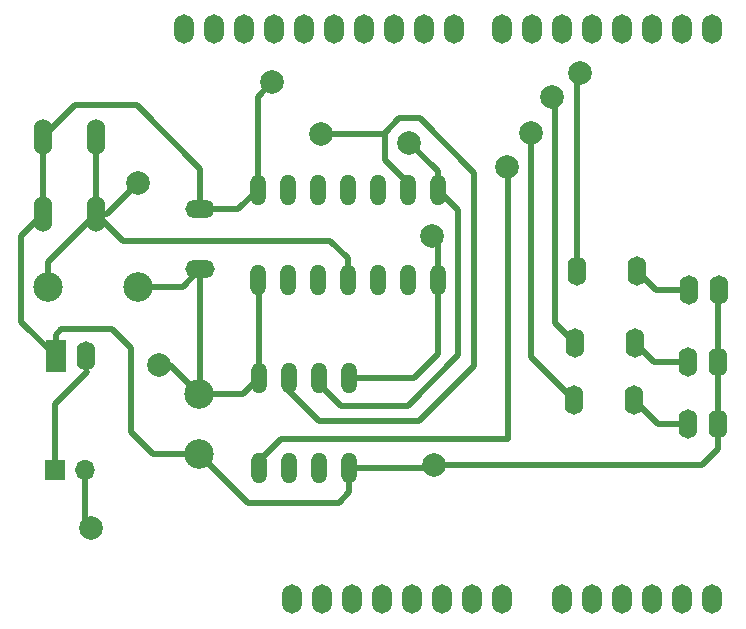
<source format=gbr>
%TF.GenerationSoftware,KiCad,Pcbnew,(6.0.9)*%
%TF.CreationDate,2022-11-29T21:31:47-05:00*%
%TF.ProjectId,Attiny programmer shield,41747469-6e79-4207-9072-6f6772616d6d,rev?*%
%TF.SameCoordinates,Original*%
%TF.FileFunction,Copper,L2,Bot*%
%TF.FilePolarity,Positive*%
%FSLAX46Y46*%
G04 Gerber Fmt 4.6, Leading zero omitted, Abs format (unit mm)*
G04 Created by KiCad (PCBNEW (6.0.9)) date 2022-11-29 21:31:47*
%MOMM*%
%LPD*%
G01*
G04 APERTURE LIST*
%TA.AperFunction,ComponentPad*%
%ADD10O,1.676400X2.500000*%
%TD*%
%TA.AperFunction,ComponentPad*%
%ADD11O,1.574800X2.500000*%
%TD*%
%TA.AperFunction,ComponentPad*%
%ADD12O,1.320800X2.641600*%
%TD*%
%TA.AperFunction,ComponentPad*%
%ADD13O,1.524000X3.048000*%
%TD*%
%TA.AperFunction,ComponentPad*%
%ADD14C,2.500000*%
%TD*%
%TA.AperFunction,ComponentPad*%
%ADD15O,2.500000X1.500000*%
%TD*%
%TA.AperFunction,ComponentPad*%
%ADD16R,1.700000X1.700000*%
%TD*%
%TA.AperFunction,ComponentPad*%
%ADD17O,1.700000X1.700000*%
%TD*%
%TA.AperFunction,ComponentPad*%
%ADD18R,1.700000X2.700000*%
%TD*%
%TA.AperFunction,ViaPad*%
%ADD19C,2.000000*%
%TD*%
%TA.AperFunction,Conductor*%
%ADD20C,0.500000*%
%TD*%
G04 APERTURE END LIST*
D10*
%TO.P,U$1,VIN,VIN*%
%TO.N,VIN*%
X194221100Y-102463600D03*
%TO.P,U$1,SDA,SDA*%
%TO.N,unconnected-(U$1-PadSDA)*%
X169837100Y-54203600D03*
%TO.P,U$1,SCL,SCL*%
%TO.N,unconnected-(U$1-PadSCL)*%
X167297100Y-54203600D03*
%TO.P,U$1,RESET,RESET*%
%TO.N,Net-(U$1-PadRESET)*%
X181521100Y-102463600D03*
%TO.P,U$1,RESERVED,RESERVED*%
%TO.N,unconnected-(U$1-PadRESERVED)*%
X176441100Y-102463600D03*
%TO.P,U$1,IOREF,IOREF*%
%TO.N,unconnected-(U$1-PadIOREF)*%
X178981100Y-102463600D03*
%TO.P,U$1,GND2,GND2*%
%TO.N,GND*%
X189141100Y-102463600D03*
%TO.P,U$1,GND1,GND1*%
X191681100Y-102463600D03*
%TO.P,U$1,GND,GND*%
X174917100Y-54203600D03*
%TO.P,U$1,D13,D13*%
%TO.N,/SCK*%
X177457100Y-54203600D03*
%TO.P,U$1,D12,D12*%
%TO.N,/MISO*%
X179997100Y-54203600D03*
%TO.P,U$1,D11,D11*%
%TO.N,/MOSI*%
X182537100Y-54203600D03*
%TO.P,U$1,D10,D10*%
%TO.N,/RESET*%
X185077100Y-54203600D03*
%TO.P,U$1,D9,D9*%
%TO.N,Net-(R4-Pad1)*%
X187617100Y-54203600D03*
%TO.P,U$1,D8,D8*%
%TO.N,Net-(R3-Pad1)*%
X190157100Y-54203600D03*
%TO.P,U$1,D7,D7*%
%TO.N,Net-(R2-Pad1)*%
X194221100Y-54203600D03*
%TO.P,U$1,D6,D6*%
%TO.N,unconnected-(U$1-PadD6)*%
X196761100Y-54203600D03*
%TO.P,U$1,D5,D5*%
%TO.N,unconnected-(U$1-PadD5)*%
X199301100Y-54203600D03*
%TO.P,U$1,D4,D4*%
%TO.N,unconnected-(U$1-PadD4)*%
X201841100Y-54203600D03*
%TO.P,U$1,D3,D3*%
%TO.N,unconnected-(U$1-PadD3)*%
X204381100Y-54203600D03*
%TO.P,U$1,D2,D2*%
%TO.N,unconnected-(U$1-PadD2)*%
X206921100Y-54203600D03*
%TO.P,U$1,D1,TX/D1*%
%TO.N,unconnected-(U$1-PadD1)*%
X209461100Y-54203600D03*
%TO.P,U$1,D0,RX/D0*%
%TO.N,unconnected-(U$1-PadD0)*%
X212001100Y-54203600D03*
%TO.P,U$1,AREF,AREF*%
%TO.N,unconnected-(U$1-PadAREF)*%
X172377100Y-54203600D03*
%TO.P,U$1,A5,A5/SCL*%
%TO.N,unconnected-(U$1-PadA5)*%
X212001100Y-102463600D03*
%TO.P,U$1,A4,A4/SDA*%
%TO.N,unconnected-(U$1-PadA4)*%
X209461100Y-102463600D03*
%TO.P,U$1,A3,A3*%
%TO.N,unconnected-(U$1-PadA3)*%
X206921100Y-102463600D03*
%TO.P,U$1,A2,A2*%
%TO.N,unconnected-(U$1-PadA2)*%
X204381100Y-102463600D03*
%TO.P,U$1,A1,A1*%
%TO.N,unconnected-(U$1-PadA1)*%
X201841100Y-102463600D03*
%TO.P,U$1,A0,A0*%
%TO.N,unconnected-(U$1-PadA0)*%
X199301100Y-102463600D03*
%TO.P,U$1,5V,5V*%
%TO.N,+UB*%
X186601100Y-102463600D03*
%TO.P,U$1,3V,3V3*%
%TO.N,3V3*%
X184061100Y-102463600D03*
%TD*%
D11*
%TO.P,R4,1,1*%
%TO.N,Net-(R4-Pad1)*%
X200360000Y-85600000D03*
%TO.P,R4,2,2*%
%TO.N,Net-(D3-PadA)*%
X205440000Y-85600000D03*
%TD*%
%TO.P,R2,1,1*%
%TO.N,Net-(R2-Pad1)*%
X200620000Y-74700000D03*
%TO.P,R2,2,2*%
%TO.N,Net-(D1-PadA)*%
X205700000Y-74700000D03*
%TD*%
%TO.P,D1,A,A*%
%TO.N,Net-(D1-PadA)*%
X210100000Y-76300000D03*
%TO.P,D1,K,C*%
%TO.N,GND*%
X212640000Y-76300000D03*
%TD*%
%TO.P,D2,A,A*%
%TO.N,Net-(D2-PadA)*%
X210000000Y-82400000D03*
%TO.P,D2,K,C*%
%TO.N,GND*%
X212540000Y-82400000D03*
%TD*%
D12*
%TO.P,IC1,1,(RESET)PB5*%
%TO.N,/RESET*%
X173690000Y-91310000D03*
%TO.P,IC1,2,(ADC3)PB3*%
%TO.N,unconnected-(IC1-Pad2)*%
X176230000Y-91310000D03*
%TO.P,IC1,3,(ADC2)PB4*%
%TO.N,unconnected-(IC1-Pad3)*%
X178770000Y-91310000D03*
%TO.P,IC1,4,GND*%
%TO.N,GND*%
X181310000Y-91310000D03*
%TO.P,IC1,5,(MOSI)PB0*%
%TO.N,/MOSI*%
X181310000Y-83690000D03*
%TO.P,IC1,6,(MISO)PB1*%
%TO.N,/MISO*%
X178770000Y-83690000D03*
%TO.P,IC1,7,(SCK)PB2*%
%TO.N,/SCK*%
X176230000Y-83690000D03*
%TO.P,IC1,8,VCC*%
%TO.N,+UB*%
X173690000Y-83690000D03*
%TD*%
D13*
%TO.P,S1,1,S*%
%TO.N,/RESET*%
X159860600Y-63348800D03*
%TO.P,S1,2,S1*%
X159860600Y-69851200D03*
%TO.P,S1,3,P*%
%TO.N,GND*%
X155339400Y-63348800D03*
%TO.P,S1,4,P1*%
X155339400Y-69851200D03*
%TD*%
D11*
%TO.P,R3,1,1*%
%TO.N,Net-(R3-Pad1)*%
X200420000Y-80800000D03*
%TO.P,R3,2,2*%
%TO.N,Net-(D2-PadA)*%
X205500000Y-80800000D03*
%TD*%
D14*
%TO.P,R1,1,1*%
%TO.N,/RESET*%
X155790000Y-76000000D03*
%TO.P,R1,2,2*%
%TO.N,+UB*%
X163410000Y-76000000D03*
%TD*%
%TO.P,C2,1,1*%
%TO.N,GND*%
X168600000Y-90180000D03*
%TO.P,C2,2,2*%
%TO.N,+UB*%
X168600000Y-85100000D03*
%TD*%
D15*
%TO.P,C3,1,1*%
%TO.N,GND*%
X168700000Y-69460000D03*
%TO.P,C3,2,2*%
%TO.N,+UB*%
X168700000Y-74540000D03*
%TD*%
D16*
%TO.P,J1,1,Pin_1*%
%TO.N,Net-(C1-Pad+)*%
X156400000Y-91500000D03*
D17*
%TO.P,J1,2,Pin_2*%
%TO.N,Net-(U$1-PadRESET)*%
X158940000Y-91500000D03*
%TD*%
D11*
%TO.P,D3,A,A*%
%TO.N,Net-(D3-PadA)*%
X210000000Y-87600000D03*
%TO.P,D3,K,C*%
%TO.N,GND*%
X212540000Y-87600000D03*
%TD*%
D12*
%TO.P,IC2,1,VCC*%
%TO.N,+UB*%
X173580000Y-75400000D03*
%TO.P,IC2,2,(PCINT8/XTAL1/CLKI)PB0*%
%TO.N,unconnected-(IC2-Pad2)*%
X176120000Y-75400000D03*
%TO.P,IC2,3,(PCINT9/XTAL2)PB1*%
%TO.N,unconnected-(IC2-Pad3)*%
X178660000Y-75400000D03*
%TO.P,IC2,4,(PCINT11/RESET/DW)PB3*%
%TO.N,/RESET*%
X181200000Y-75400000D03*
%TO.P,IC2,5,(PCINT10/INT0/OC0A/CKOUT)PB2*%
%TO.N,unconnected-(IC2-Pad5)*%
X183740000Y-75400000D03*
%TO.P,IC2,6,(PCINT7/ICP/OC0B/ADC7)PA7*%
%TO.N,unconnected-(IC2-Pad6)*%
X186280000Y-75400000D03*
%TO.P,IC2,7,(PCINT6/OC1A/SDA/MOSI/ADC6)PA6*%
%TO.N,/MOSI*%
X188820000Y-75400000D03*
%TO.P,IC2,8,(PCINT5/OC1B/MISO/DO/ADC5)PA5*%
%TO.N,/MISO*%
X188820000Y-67780000D03*
%TO.P,IC2,9,(PCINT4/T1/SCL/USCK/ADC4)PA4*%
%TO.N,/SCK*%
X186280000Y-67780000D03*
%TO.P,IC2,10,(PCINT3/T0/ADC3)PA3*%
%TO.N,unconnected-(IC2-Pad10)*%
X183740000Y-67780000D03*
%TO.P,IC2,11,(PCINT2/AIN1/ADC2)PA2*%
%TO.N,unconnected-(IC2-Pad11)*%
X181200000Y-67780000D03*
%TO.P,IC2,12,(PCINT1/AIN0/ADC1)PA1*%
%TO.N,unconnected-(IC2-Pad12)*%
X178660000Y-67780000D03*
%TO.P,IC2,13,(PCINT0/AREF/ADC0)PA0*%
%TO.N,unconnected-(IC2-Pad13)*%
X176120000Y-67780000D03*
%TO.P,IC2,14,GND*%
%TO.N,GND*%
X173580000Y-67780000D03*
%TD*%
D11*
%TO.P,C1,+,+*%
%TO.N,Net-(C1-Pad+)*%
X158970000Y-81900000D03*
D18*
%TO.P,C1,-,-*%
%TO.N,GND*%
X156430000Y-81900000D03*
%TD*%
D19*
%TO.N,GND*%
X188500000Y-91100000D03*
X174800000Y-58700000D03*
%TO.N,+UB*%
X165200000Y-82600000D03*
%TO.N,/MISO*%
X186400000Y-63800000D03*
%TO.N,/SCK*%
X178900000Y-63100000D03*
%TO.N,/MOSI*%
X188300000Y-71700000D03*
%TO.N,/RESET*%
X194645500Y-65900000D03*
X163400000Y-67200000D03*
%TO.N,Net-(U$1-PadRESET)*%
X159400000Y-96400000D03*
%TO.N,Net-(R2-Pad1)*%
X200800000Y-57900000D03*
%TO.N,Net-(R3-Pad1)*%
X198466513Y-59954500D03*
%TO.N,Net-(R4-Pad1)*%
X196645500Y-63000000D03*
%TD*%
D20*
%TO.N,GND*%
X153485000Y-78955000D02*
X156430000Y-81900000D01*
X162800000Y-81200000D02*
X162800000Y-88300000D01*
X168700000Y-69460000D02*
X168700000Y-66000000D01*
X164680000Y-90180000D02*
X168600000Y-90180000D01*
X168700000Y-66000000D02*
X163300000Y-60600000D01*
X168700000Y-69460000D02*
X171900000Y-69460000D01*
X163300000Y-60600000D02*
X158088200Y-60600000D01*
X212540000Y-82400000D02*
X212540000Y-76400000D01*
X180400000Y-94300000D02*
X181310000Y-93390000D01*
X188500000Y-91100000D02*
X188290000Y-91310000D01*
X171900000Y-69460000D02*
X173580000Y-67780000D01*
X172720000Y-94300000D02*
X180400000Y-94300000D01*
X156430000Y-81900000D02*
X156430000Y-80050000D01*
X155339400Y-66639400D02*
X155339400Y-63348800D01*
X188500000Y-91100000D02*
X211200000Y-91100000D01*
X155339400Y-69851200D02*
X153485000Y-71705600D01*
X212540000Y-87600000D02*
X212540000Y-82400000D01*
X162800000Y-88300000D02*
X164680000Y-90180000D01*
X188290000Y-91310000D02*
X181310000Y-91310000D01*
X156430000Y-80050000D02*
X156885000Y-79595000D01*
X156400000Y-82385895D02*
X156269084Y-82254979D01*
X173580000Y-59920000D02*
X173580000Y-67780000D01*
X212540000Y-89760000D02*
X212540000Y-87600000D01*
X153485000Y-71705600D02*
X153485000Y-78955000D01*
X156885000Y-79595000D02*
X161195000Y-79595000D01*
X158088200Y-60600000D02*
X155339400Y-63348800D01*
X174800000Y-58700000D02*
X173580000Y-59920000D01*
X211200000Y-91100000D02*
X212540000Y-89760000D01*
X168600000Y-90180000D02*
X172720000Y-94300000D01*
X212540000Y-76400000D02*
X212640000Y-76300000D01*
X181310000Y-93390000D02*
X181310000Y-91310000D01*
X155400000Y-66700000D02*
X155339400Y-66639400D01*
X155339400Y-69851200D02*
X155339400Y-66760600D01*
X155339400Y-66760600D02*
X155400000Y-66700000D01*
X161195000Y-79595000D02*
X162800000Y-81200000D01*
%TO.N,+UB*%
X163410000Y-76000000D02*
X167240000Y-76000000D01*
X172280000Y-85100000D02*
X173690000Y-83690000D01*
X169000000Y-84700000D02*
X168700000Y-84400000D01*
X165200000Y-82600000D02*
X166100000Y-82600000D01*
X173690000Y-83690000D02*
X173690000Y-75510000D01*
X168600000Y-85100000D02*
X172280000Y-85100000D01*
X168700000Y-84400000D02*
X168700000Y-74540000D01*
X173690000Y-75510000D02*
X173580000Y-75400000D01*
X168600000Y-85100000D02*
X169000000Y-84700000D01*
X166100000Y-82600000D02*
X168600000Y-85100000D01*
X167240000Y-76000000D02*
X168700000Y-74540000D01*
%TO.N,Net-(C1-Pad+)*%
X156400000Y-85900000D02*
X159100000Y-83200000D01*
X156400000Y-91500000D02*
X156400000Y-85900000D01*
%TO.N,/MISO*%
X190535400Y-81810148D02*
X190535400Y-69495400D01*
X188820000Y-66220000D02*
X188820000Y-67780000D01*
X190535400Y-69495400D02*
X188820000Y-67780000D01*
X178770000Y-84236342D02*
X180599458Y-86065800D01*
X178770000Y-83690000D02*
X178770000Y-84236342D01*
X186279748Y-86065800D02*
X190535400Y-81810148D01*
X180599458Y-86065800D02*
X186279748Y-86065800D01*
X186400000Y-63800000D02*
X188820000Y-66220000D01*
%TO.N,/SCK*%
X191900000Y-66393791D02*
X187251209Y-61745000D01*
X176230000Y-83690000D02*
X176230000Y-84830000D01*
X184300000Y-62993791D02*
X184300000Y-65253658D01*
X191900000Y-82700000D02*
X191900000Y-66393791D01*
X178770800Y-87370800D02*
X187229200Y-87370800D01*
X184300000Y-65253658D02*
X186280000Y-67233658D01*
X178900000Y-63100000D02*
X184200000Y-63100000D01*
X176230000Y-84830000D02*
X178770800Y-87370800D01*
X187229200Y-87370800D02*
X191900000Y-82700000D01*
X186280000Y-67233658D02*
X186280000Y-67780000D01*
X187251209Y-61745000D02*
X185548791Y-61745000D01*
X185548791Y-61745000D02*
X184300000Y-62993791D01*
X184200000Y-63100000D02*
X184345000Y-63245000D01*
%TO.N,/MOSI*%
X188820000Y-72220000D02*
X188820000Y-75400000D01*
X188820000Y-81680000D02*
X188820000Y-75400000D01*
X181310000Y-83690000D02*
X186810000Y-83690000D01*
X186810000Y-83690000D02*
X188820000Y-81680000D01*
X188300000Y-71700000D02*
X188820000Y-72220000D01*
%TO.N,/RESET*%
X194645500Y-65900000D02*
X194700000Y-65954500D01*
X179700000Y-72100000D02*
X181200000Y-73600000D01*
X160748800Y-69851200D02*
X163400000Y-67200000D01*
X173690000Y-90763658D02*
X173690000Y-91310000D01*
X159860600Y-69851200D02*
X159860600Y-63348800D01*
X175553658Y-88900000D02*
X173690000Y-90763658D01*
X155790000Y-73921800D02*
X159860600Y-69851200D01*
X194700000Y-88900000D02*
X175553658Y-88900000D01*
X194700000Y-65954500D02*
X194700000Y-88900000D01*
X155790000Y-76000000D02*
X155790000Y-73921800D01*
X159860600Y-69851200D02*
X160748800Y-69851200D01*
X159860600Y-69851200D02*
X162109400Y-72100000D01*
X181200000Y-73600000D02*
X181200000Y-75400000D01*
X162109400Y-72100000D02*
X179700000Y-72100000D01*
%TO.N,Net-(D1-PadA)*%
X207300000Y-76300000D02*
X205700000Y-74700000D01*
X210100000Y-76300000D02*
X207300000Y-76300000D01*
%TO.N,Net-(D2-PadA)*%
X210000000Y-82400000D02*
X207100000Y-82400000D01*
X207100000Y-82400000D02*
X205500000Y-80800000D01*
%TO.N,Net-(D3-PadA)*%
X207440000Y-87600000D02*
X205440000Y-85600000D01*
X210000000Y-87600000D02*
X207440000Y-87600000D01*
%TO.N,Net-(U$1-PadRESET)*%
X159400000Y-96400000D02*
X158940000Y-95940000D01*
X158940000Y-95940000D02*
X158940000Y-91500000D01*
%TO.N,Net-(R2-Pad1)*%
X200620000Y-58080000D02*
X200620000Y-74700000D01*
X200800000Y-57900000D02*
X200620000Y-58080000D01*
%TO.N,Net-(R3-Pad1)*%
X198700000Y-79080000D02*
X200420000Y-80800000D01*
X198700000Y-60187987D02*
X198700000Y-79080000D01*
X198466513Y-59954500D02*
X198700000Y-60187987D01*
%TO.N,Net-(R4-Pad1)*%
X196645500Y-63000000D02*
X196700000Y-63054500D01*
X196700000Y-63054500D02*
X196700000Y-81940000D01*
X196700000Y-81940000D02*
X200360000Y-85600000D01*
%TD*%
M02*

</source>
